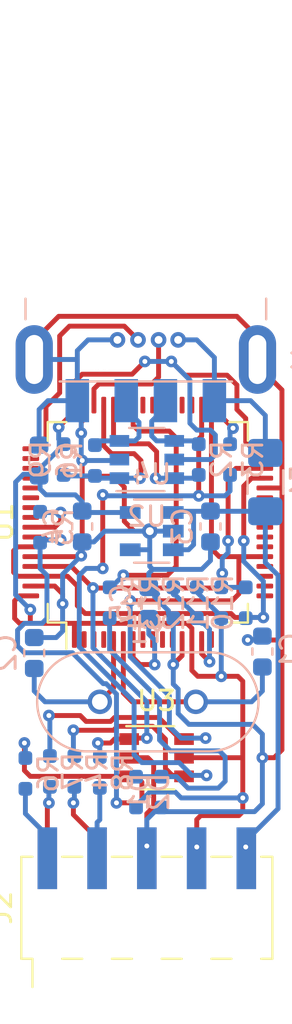
<source format=kicad_pcb>
(kicad_pcb (version 20171130) (host pcbnew "(5.1.5)-3")
  (layers (0 F.Cu signal) (31 B.Cu signal) (34 B.Paste user hide) (35 F.Paste user hide) (36 B.SilkS user hide) (37 F.SilkS user hide) (38 B.Mask user hide) (39 F.Mask user hide) (44 Edge.Cuts user hide))
  (net 0 "")
  (net 1 "Net-(U1-Pad2)")
  (net 2 "Net-(U1-Pad3)")
  (net 3 "Net-(U1-Pad4)")
  (net 4 "Net-(U1-Pad8)")
  (net 5 "Net-(U1-Pad9)")
  (net 6 "Net-(U1-Pad10)")
  (net 7 "Net-(U1-Pad11)")
  (net 8 "Net-(U1-Pad15)")
  (net 9 "Net-(U1-Pad16)")
  (net 10 "Net-(U1-Pad17)")
  (net 11 "Net-(U1-Pad20)")
  (net 12 "Net-(U1-Pad22)")
  (net 13 "Net-(U1-Pad23)")
  (net 14 "Net-(U1-Pad24)")
  (net 15 "Net-(U1-Pad25)")
  (net 16 "Net-(U1-Pad26)")
  (net 17 "Net-(U1-Pad27)")
  (net 18 "Net-(U1-Pad36)")
  (net 19 "Net-(U1-Pad37)")
  (net 20 "Net-(U1-Pad38)")
  (net 21 "Net-(U1-Pad39)")
  (net 22 "Net-(U1-Pad40)")
  (net 23 "Net-(U1-Pad41)")
  (net 24 "Net-(U1-Pad43)")
  (net 25 "Net-(U1-Pad50)")
  (net 26 "Net-(U1-Pad51)")
  (net 27 "Net-(U1-Pad52)")
  (net 28 "Net-(U1-Pad53)")
  (net 29 "Net-(U1-Pad54)")
  (net 30 "Net-(U1-Pad55)")
  (net 31 "Net-(U1-Pad56)")
  (net 32 +3V3)
  (net 33 GNDD)
  (net 34 /SWDIO)
  (net 35 /USB+)
  (net 36 /USB-)
  (net 37 /D+)
  (net 38 /D-)
  (net 39 /+5V)
  (net 40 /PB12)
  (net 41 /SWIM)
  (net 42 /SWCLK)
  (net 43 /RST)
  (net 44 /SWDIO_INT)
  (net 45 /SWDCLK_INT)
  (net 46 /PA9)
  (net 47 /PB5)
  (net 48 /SWDIO_R)
  (net 49 /SWIM_R)
  (net 50 /SWCLK_R)
  (net 51 /RST_R)
  (net 52 /+5VU)
  (net 53 /PA0)
  (net 54 /NRST)
  (net 55 /OSCIN)
  (net 56 /OSCOUT)
  (net 57 /LED_STLINK)
  (net 58 "Net-(U1-Pad18)")
  (net 59 "Net-(U1-Pad19)")
  (net 60 /PB7)
  (module Resistor_SMD:R_0402_1005Metric (layer B.Cu) (at 116.15 105.25 90)
    (fp_text reference D2 (at 0 1.17 90) (layer B.SilkS) (effects (justify mirror)))
    (fp_text value R)
    (pad 2 smd roundrect (at 0.785 0 90) (size 0.7 0.7) (layers B.Cu B.Paste B.Mask) (net 57 /LED_STLINK))
    (pad 1 smd roundrect (at -0.785 0 90) (size 0.7 0.7) (layers B.Cu B.Paste B.Mask) (net 32 +3V3))
  )
  (module Resistor_SMD:R_0402_1005Metric (layer B.Cu) (at 117.45 105.25 270)
    (fp_text reference D1 (at 0 1.17 90) (layer B.SilkS) (effects (justify mirror)))
    (fp_text value B)
    (pad 2 smd roundrect (at 0.785 0 270) (size 0.7 0.7) (layers B.Cu B.Paste B.Mask) (net 33 GNDD))
    (pad 1 smd roundrect (at -0.785 0 270) (size 0.7 0.7) (layers B.Cu B.Paste B.Mask) (net 57 /LED_STLINK))
  )
  (module Capacitor_SMD:C_0603_1608Metric (layer B.Cu) (at 111.2 88.35 90)
    (fp_text reference C6 (at 0 1.43 90) (layer B.SilkS) (effects (justify mirror)))
    (fp_text value 0.1)
    (pad 2 smd roundrect (at 0.7875 0 90) (size 0.875 0.95) (layers B.Cu B.Paste B.Mask) (net 33 GNDD))
    (pad 1 smd roundrect (at -0.7875 0 90) (size 0.875 0.95) (layers B.Cu B.Paste B.Mask) (net 32 +3V3))
  )
  (module Resistor_SMD:R_0402_1005Metric (layer B.Cu) (at 114.8 95.6 90)
    (fp_text reference R14 (at 0 1.17 90) (layer B.SilkS) (effects (justify mirror)))
    (fp_text value 1.8k)
    (pad 2 smd roundrect (at 0.785 0 90) (size 0.7 0.7) (layers B.Cu B.Paste B.Mask) (net 46 /PA9))
    (pad 1 smd roundrect (at -0.785 0 90) (size 0.7 0.7) (layers B.Cu B.Paste B.Mask) (net 57 /LED_STLINK))
  )
  (module Resistor_SMD:R_0402_1005Metric (layer B.Cu) (at 118.05 95.6 270)
    (fp_text reference R13 (at 0 1.17 90) (layer B.SilkS) (effects (justify mirror)))
    (fp_text value 10k)
    (pad 2 smd roundrect (at 0.785 0 270) (size 0.7 0.7) (layers B.Cu B.Paste B.Mask) (net 33 GNDD))
    (pad 1 smd roundrect (at -0.785 0 270) (size 0.7 0.7) (layers B.Cu B.Paste B.Mask) (net 53 /PA0))
  )
  (module Resistor_SMD:R_0402_1005Metric (layer B.Cu) (at 119.25 95.6 270)
    (fp_text reference R12 (at 0 1.17 90) (layer B.SilkS) (effects (justify mirror)))
    (fp_text value 10k)
    (pad 2 smd roundrect (at 0.785 0 270) (size 0.7 0.7) (layers B.Cu B.Paste B.Mask) (net 53 /PA0))
    (pad 1 smd roundrect (at -0.785 0 270) (size 0.7 0.7) (layers B.Cu B.Paste B.Mask) (net 32 +3V3))
  )
  (module Resistor_SMD:R_0402_1005Metric (layer B.Cu) (at 120.5 95.6 270)
    (fp_text reference R11 (at 0 1.17 90) (layer B.SilkS) (effects (justify mirror)))
    (fp_text value 680)
    (pad 2 smd roundrect (at 0.785 0 270) (size 0.7 0.7) (layers B.Cu B.Paste B.Mask) (net 32 +3V3))
    (pad 1 smd roundrect (at -0.785 0 270) (size 0.7 0.7) (layers B.Cu B.Paste B.Mask) (net 41 /SWIM))
  )
  (module Resistor_SMD:R_0402_1005Metric (layer B.Cu) (at 121.75 95.6 270)
    (fp_text reference R10 (at 0 1.17 90) (layer B.SilkS) (effects (justify mirror)))
    (fp_text value 220)
    (pad 2 smd roundrect (at 0.785 0 270) (size 0.7 0.7) (layers B.Cu B.Paste B.Mask) (net 60 /PB7))
    (pad 1 smd roundrect (at -0.785 0 270) (size 0.7 0.7) (layers B.Cu B.Paste B.Mask) (net 41 /SWIM))
  )
  (module Capacitor_SMD:C_0603_1608Metric (layer B.Cu) (at 116.8 95.6125 270)
    (fp_text reference C5 (at 0 1.43 90) (layer B.SilkS) (effects (justify mirror)))
    (fp_text value 0.1)
    (pad 2 smd roundrect (at 0.7875 0 270) (size 0.875 0.95) (layers B.Cu B.Paste B.Mask) (net 54 /NRST))
    (pad 1 smd roundrect (at -0.7875 0 270) (size 0.875 0.95) (layers B.Cu B.Paste B.Mask) (net 33 GNDD))
  )
  (module Crystal:Crystal_HC18-U_Vertical (layer B.Cu) (at 119.2 100.65 180)
    (fp_text reference Y1 (at 2.45 3.525) (layer B.SilkS) (effects (justify mirror)))
    (fp_text value 8.0MHz)
    (pad 2 thru_hole circle (at 4.9 0 180) (size 1.25 1.25) (drill 0.8) (layers *.Cu *.Mask) (net 55 /OSCIN))
    (pad 1 thru_hole circle (at 0 0 180) (size 1.25 1.25) (drill 0.8) (layers *.Cu *.Mask) (net 56 /OSCOUT))
  )
  (module Capacitor_SMD:C_0603_1608Metric (layer B.Cu) (at 113.4 91.7125 270)
    (fp_text reference C4 (at 0 1.43 90) (layer B.SilkS) (effects (justify mirror)))
    (fp_text value 0.1)
    (pad 2 smd roundrect (at 0.7875 0 270) (size 0.875 0.95) (layers B.Cu B.Paste B.Mask) (net 33 GNDD))
    (pad 1 smd roundrect (at -0.7875 0 270) (size 0.875 0.95) (layers B.Cu B.Paste B.Mask) (net 32 +3V3))
  )
  (module Capacitor_SMD:C_0603_1608Metric (layer B.Cu) (at 119.95 91.7125 270)
    (fp_text reference C3 (at 0 1.43 90) (layer B.SilkS) (effects (justify mirror)))
    (fp_text value 0.1)
    (pad 2 smd roundrect (at 0.7875 0 270) (size 0.875 0.95) (layers B.Cu B.Paste B.Mask) (net 33 GNDD))
    (pad 1 smd roundrect (at -0.7875 0 270) (size 0.875 0.95) (layers B.Cu B.Paste B.Mask) (net 39 /+5V))
  )
  (module Capacitor_SMD:C_0603_1608Metric (layer B.Cu) (at 110.95 98.1625 270)
    (fp_text reference C2 (at 0 1.43 90) (layer B.SilkS) (effects (justify mirror)))
    (fp_text value 20p)
    (pad 2 smd roundrect (at 0.7875 0 270) (size 0.875 0.95) (layers B.Cu B.Paste B.Mask) (net 55 /OSCIN))
    (pad 1 smd roundrect (at -0.7875 0 270) (size 0.875 0.95) (layers B.Cu B.Paste B.Mask) (net 33 GNDD))
  )
  (module Capacitor_SMD:C_0603_1608Metric (layer B.Cu) (at 122.6 98.0875 90)
    (fp_text reference C1 (at 0 1.43 90) (layer B.SilkS) (effects (justify mirror)))
    (fp_text value 20p)
    (pad 2 smd roundrect (at 0.7875 0 90) (size 0.875 0.95) (layers B.Cu B.Paste B.Mask) (net 33 GNDD))
    (pad 1 smd roundrect (at -0.7875 0 90) (size 0.875 0.95) (layers B.Cu B.Paste B.Mask) (net 56 /OSCOUT))
  )
  (module Fuse:Fuse_1206_3216Metric_Pad1.42x1.75mm_HandSolder (layer B.Cu) (at 122.75 89.45 90)
    (fp_text reference F1 (at 0 1.82 270) (layer B.SilkS) (effects (justify mirror)))
    (fp_text value Polyfuse_Small)
    (pad 2 smd roundrect (at 1.4875 0 90) (size 1.425 1.75) (layers B.Cu B.Paste B.Mask) (roundrect_rratio 0.175439) (net 52 /+5VU))
    (pad 1 smd roundrect (at -1.4875 0 90) (size 1.425 1.75) (layers B.Cu B.Paste B.Mask) (roundrect_rratio 0.175439) (net 39 /+5V))
  )
  (module Package_TO_SOT_SMD:SOT-23-5 (layer B.Cu) (at 116.95 91.95 180)
    (fp_text reference U4 (at 0 2.9) (layer B.SilkS) (effects (justify mirror)))
    (fp_text value TLV71333PDBV)
    (pad 5 smd rect (at 1.1 0.95 180) (size 1.06 0.65) (layers B.Cu B.Paste B.Mask) (net 32 +3V3))
    (pad 4 smd rect (at 1.1 -0.95 180) (size 1.06 0.65) (layers B.Cu B.Paste B.Mask) (net 33 GNDD))
    (pad 3 smd rect (at -1.1 -0.95 180) (size 1.06 0.65) (layers B.Cu B.Paste B.Mask) (net 39 /+5V))
    (pad 2 smd rect (at -1.1 0 180) (size 1.06 0.65) (layers B.Cu B.Paste B.Mask) (net 33 GNDD))
    (pad 1 smd rect (at -1.1 0.95 180) (size 1.06 0.65) (layers B.Cu B.Paste B.Mask) (net 39 /+5V))
  )
  (module Resistor_SMD:R_0402_1005Metric (layer B.Cu) (at 112.45 88.3 270)
    (fp_text reference R9 (at 0 1.17 270) (layer B.SilkS) (effects (justify mirror)))
    (fp_text value 1.8k)
    (pad 2 smd roundrect (at 0.785 0 270) (size 0.7 0.7) (layers B.Cu B.Paste B.Mask) (net 35 /USB+))
    (pad 1 smd roundrect (at -0.785 0 270) (size 0.7 0.7) (layers B.Cu B.Paste B.Mask) (net 32 +3V3))
  )
  (module Resistor_SMD:R_0402_1005Metric (layer B.Cu) (at 110.5 104.3 90)
    (fp_text reference R6 (at 0 1.17 90) (layer B.SilkS) (effects (justify mirror)))
    (fp_text value 100)
    (pad 2 smd roundrect (at 0.785 0 90) (size 0.7 0.7) (layers B.Cu B.Paste B.Mask) (net 43 /RST))
    (pad 1 smd roundrect (at -0.785 0 90) (size 0.7 0.7) (layers B.Cu B.Paste B.Mask) (net 51 /RST_R))
  )
  (module Resistor_SMD:R_0402_1005Metric (layer B.Cu) (at 111.75 104.2 90)
    (fp_text reference R7 (at 0 1.17 90) (layer B.SilkS) (effects (justify mirror)))
    (fp_text value 100)
    (pad 2 smd roundrect (at 0.785 0 90) (size 0.7 0.7) (layers B.Cu B.Paste B.Mask) (net 42 /SWCLK))
    (pad 1 smd roundrect (at -0.785 0 90) (size 0.7 0.7) (layers B.Cu B.Paste B.Mask) (net 50 /SWCLK_R))
  )
  (module Resistor_SMD:R_0402_1005Metric (layer B.Cu) (at 114.3 104.25 90)
    (fp_text reference R8 (at 0 1.17 90) (layer B.SilkS) (effects (justify mirror)))
    (fp_text value 100)
    (pad 2 smd roundrect (at 0.785 0 90) (size 0.7 0.7) (layers B.Cu B.Paste B.Mask) (net 41 /SWIM))
    (pad 1 smd roundrect (at -0.785 0 90) (size 0.7 0.7) (layers B.Cu B.Paste B.Mask) (net 49 /SWIM_R))
  )
  (module Resistor_SMD:R_0402_1005Metric (layer B.Cu) (at 111.25 91.75 90)
    (fp_text reference R5 (at 0 1.17 90) (layer B.SilkS) (effects (justify mirror)))
    (fp_text value 220)
    (pad 2 smd roundrect (at 0.785 0 90) (size 0.7 0.7) (layers B.Cu B.Paste B.Mask) (net 47 /PB5))
    (pad 1 smd roundrect (at -0.785 0 90) (size 0.7 0.7) (layers B.Cu B.Paste B.Mask) (net 43 /RST))
  )
  (module Package_TO_SOT_SMD:SOT-23-6 (layer F.Cu) (at 117.2 103.5)
    (fp_text reference U3 (at 0 -2.9) (layer F.SilkS))
    (fp_text value SRV05-4)
    (pad 5 smd rect (at 1.4 0) (size 1 0.6) (layers F.Cu F.Paste F.Mask) (net 32 +3V3))
    (pad 6 smd rect (at 1.4 -0.95) (size 1 0.6) (layers F.Cu F.Paste F.Mask) (net 42 /SWCLK))
    (pad 4 smd rect (at 1.4 0.95) (size 1 0.6) (layers F.Cu F.Paste F.Mask) (net 34 /SWDIO))
    (pad 3 smd rect (at -1.4 0.95) (size 1 0.6) (layers F.Cu F.Paste F.Mask) (net 43 /RST))
    (pad 2 smd rect (at -1.4 0) (size 1 0.6) (layers F.Cu F.Paste F.Mask) (net 33 GNDD))
    (pad 1 smd rect (at -1.4 -0.95) (size 1 0.6) (layers F.Cu F.Paste F.Mask) (net 41 /SWIM))
  )
  (module Connector_PinHeader_2.54mm:PinHeader_2x05_P2.54mm_Vertical_SMD (layer F.Cu) (at 116.7 111.15 90)
    (fp_text reference J2 (at 0 -7.41 90) (layer F.SilkS))
    (fp_text value Conn_02x05_Odd_Even)
    (pad 10 smd rect (at 2.525 5.08 90) (size 3.15 1) (layers F.Cu F.Paste F.Mask) (net 39 /+5V))
    (pad 9 smd rect (at 2.525 5.08 270) (size 3.15 1) (layers B.Cu B.Paste B.Mask) (net 39 /+5V))
    (pad 8 smd rect (at 2.525 2.54 90) (size 3.15 1) (layers F.Cu F.Paste F.Mask) (net 32 +3V3))
    (pad 7 smd rect (at 2.525 2.54 270) (size 3.15 1) (layers B.Cu B.Paste B.Mask) (net 32 +3V3))
    (pad 6 smd rect (at 2.525 0 90) (size 3.15 1) (layers F.Cu F.Paste F.Mask) (net 33 GNDD))
    (pad 5 smd rect (at 2.525 0 270) (size 3.15 1) (layers B.Cu B.Paste B.Mask) (net 33 GNDD))
    (pad 4 smd rect (at 2.525 -2.54 90) (size 3.15 1) (layers F.Cu F.Paste F.Mask) (net 48 /SWDIO_R))
    (pad 3 smd rect (at 2.525 -2.54 270) (size 3.15 1) (layers B.Cu B.Paste B.Mask) (net 49 /SWIM_R))
    (pad 2 smd rect (at 2.525 -5.08 90) (size 3.15 1) (layers F.Cu F.Paste F.Mask) (net 50 /SWCLK_R))
    (pad 1 smd rect (at 2.525 -5.08 270) (size 3.15 1) (layers B.Cu B.Paste B.Mask) (net 51 /RST_R))
  )
  (module Resistor_SMD:R_0402_1005Metric (layer B.Cu) (at 113 104.2 90)
    (fp_text reference R4 (at 0 1.17 90) (layer B.SilkS) (effects (justify mirror)))
    (fp_text value 100)
    (pad 2 smd roundrect (at 0.785 0 90) (size 0.7 0.7) (layers B.Cu B.Paste B.Mask) (net 34 /SWDIO))
    (pad 1 smd roundrect (at -0.785 0 90) (size 0.7 0.7) (layers B.Cu B.Paste B.Mask) (net 48 /SWDIO_R))
  )
  (module Resistor_SMD:R_0402_1005Metric (layer B.Cu) (at 120.95 88.3 90)
    (fp_text reference R3 (at 0 1.17 90) (layer B.SilkS) (effects (justify mirror)))
    (fp_text value 100)
    (pad 2 smd roundrect (at 0.785 0 90) (size 0.7 0.7) (layers B.Cu B.Paste B.Mask) (net 40 /PB12))
    (pad 1 smd roundrect (at -0.785 0 90) (size 0.7 0.7) (layers B.Cu B.Paste B.Mask) (net 34 /SWDIO))
  )
  (module Connector_USB:USB_A_CNCTech_1001-011-01101_Horizontal (layer B.Cu) (at 116.65 76.3 90)
    (fp_text reference J1 (at -6.9 8 270) (layer B.SilkS) (effects (justify mirror)))
    (fp_text value USB_A)
    (pad "" np_thru_hole circle (at -6.9 -2.3 90) (size 1.1 1.1) (drill 1.1) (layers *.Cu *.Mask))
    (pad "" np_thru_hole circle (at -6.9 2.3 90) (size 1.1 1.1) (drill 1.1) (layers *.Cu *.Mask))
    (pad 5 thru_hole oval (at -6.9 -5.7 90) (size 3.5 1.9) (drill oval 2.5 0.9) (layers *.Cu *.Mask) (net 33 GNDD))
    (pad 5 thru_hole oval (at -6.9 5.7 90) (size 3.5 1.9) (drill oval 2.5 0.9) (layers *.Cu *.Mask) (net 33 GNDD))
    (pad 4 smd rect (at -9 -3.5 90) (size 2.2 1.2) (layers B.Cu B.Paste B.Mask) (net 33 GNDD))
    (pad 1 smd rect (at -9 3.5 90) (size 2.2 1.2) (layers B.Cu B.Paste B.Mask) (net 52 /+5VU))
    (pad 3 smd rect (at -9 -1 90) (size 2.2 1.2) (layers B.Cu B.Paste B.Mask) (net 37 /D+))
    (pad 2 smd rect (at -9 1 90) (size 2.2 1.2) (layers B.Cu B.Paste B.Mask) (net 38 /D-))
  )
  (module Resistor_SMD:R_0402_1005Metric (layer B.Cu) (at 119.35 88.3 90)
    (fp_text reference R2 (at 0 1.17 90) (layer B.SilkS) (effects (justify mirror)))
    (fp_text value 22)
    (pad 2 smd roundrect (at 0.785 0 90) (size 0.7 0.7) (layers B.Cu B.Paste B.Mask) (net 38 /D-))
    (pad 1 smd roundrect (at -0.785 0 90) (size 0.7 0.7) (layers B.Cu B.Paste B.Mask) (net 36 /USB-))
  )
  (module Resistor_SMD:R_0402_1005Metric (layer B.Cu) (at 114.05 88.35 270)
    (fp_text reference R1 (at 0 1.17 270) (layer B.SilkS) (effects (justify mirror)))
    (fp_text value 22)
    (pad 2 smd roundrect (at 0.785 0 270) (size 0.7 0.7) (layers B.Cu B.Paste B.Mask) (net 35 /USB+))
    (pad 1 smd roundrect (at -0.785 0 270) (size 0.7 0.7) (layers B.Cu B.Paste B.Mask) (net 37 /D+))
  )
  (module Package_TO_SOT_SMD:SOT-23-6 (layer B.Cu) (at 116.7 88.3)
    (fp_text reference U2 (at 0 2.9) (layer B.SilkS) (effects (justify mirror)))
    (fp_text value SRV05-4)
    (pad 5 smd rect (at 1.4 0) (size 1 0.6) (layers B.Cu B.Paste B.Mask) (net 32 +3V3))
    (pad 6 smd rect (at 1.4 0.95) (size 1 0.6) (layers B.Cu B.Paste B.Mask) (net 36 /USB-))
    (pad 4 smd rect (at 1.4 -0.95) (size 1 0.6) (layers B.Cu B.Paste B.Mask) (net 38 /D-))
    (pad 3 smd rect (at -1.4 -0.95) (size 1 0.6) (layers B.Cu B.Paste B.Mask) (net 37 /D+))
    (pad 2 smd rect (at -1.4 0) (size 1 0.6) (layers B.Cu B.Paste B.Mask) (net 33 GNDD))
    (pad 1 smd rect (at -1.4 0.95) (size 1 0.6) (layers B.Cu B.Paste B.Mask) (net 35 /USB+))
  )
  (module STLinkV2:Bot (layer F.Cu) (at 116.7 95.45)
    (fp_text reference G*** hide)
    (fp_text value LOGO hide)
  )
  (module Package_QFP:LQFP-64_10x10mm_P0.5mm (layer F.Cu) (at 116.75 91.5 90)
    (fp_text reference U1 (at 0 -7.4 90) (layer F.SilkS))
    (fp_text value STM32F103RBTx)
    (pad 1 smd roundrect (at -5.975 -3.75 90) (size 0.85 0.25) (layers F.Cu F.Paste F.Mask) (net 32 +3V3))
    (pad 2 smd roundrect (at -5.975 -3.25 90) (size 0.85 0.25) (layers F.Cu F.Paste F.Mask) (net 1 "Net-(U1-Pad2)"))
    (pad 3 smd roundrect (at -5.975 -2.75 90) (size 0.85 0.25) (layers F.Cu F.Paste F.Mask) (net 2 "Net-(U1-Pad3)"))
    (pad 4 smd roundrect (at -5.975 -2.25 90) (size 0.85 0.25) (layers F.Cu F.Paste F.Mask) (net 3 "Net-(U1-Pad4)"))
    (pad 5 smd roundrect (at -5.975 -1.75 90) (size 0.85 0.25) (layers F.Cu F.Paste F.Mask) (net 55 /OSCIN))
    (pad 6 smd roundrect (at -5.975 -1.25 90) (size 0.85 0.25) (layers F.Cu F.Paste F.Mask) (net 56 /OSCOUT))
    (pad 7 smd roundrect (at -5.975 -0.75 90) (size 0.85 0.25) (layers F.Cu F.Paste F.Mask) (net 54 /NRST))
    (pad 8 smd roundrect (at -5.975 -0.25 90) (size 0.85 0.25) (layers F.Cu F.Paste F.Mask) (net 4 "Net-(U1-Pad8)"))
    (pad 9 smd roundrect (at -5.975 0.25 90) (size 0.85 0.25) (layers F.Cu F.Paste F.Mask) (net 5 "Net-(U1-Pad9)"))
    (pad 10 smd roundrect (at -5.975 0.75 90) (size 0.85 0.25) (layers F.Cu F.Paste F.Mask) (net 6 "Net-(U1-Pad10)"))
    (pad 11 smd roundrect (at -5.975 1.25 90) (size 0.85 0.25) (layers F.Cu F.Paste F.Mask) (net 7 "Net-(U1-Pad11)"))
    (pad 12 smd roundrect (at -5.975 1.75 90) (size 0.85 0.25) (layers F.Cu F.Paste F.Mask) (net 33 GNDD))
    (pad 13 smd roundrect (at -5.975 2.25 90) (size 0.85 0.25) (layers F.Cu F.Paste F.Mask) (net 32 +3V3))
    (pad 14 smd roundrect (at -5.975 2.75 90) (size 0.85 0.25) (layers F.Cu F.Paste F.Mask) (net 53 /PA0))
    (pad 15 smd roundrect (at -5.975 3.25 90) (size 0.85 0.25) (layers F.Cu F.Paste F.Mask) (net 8 "Net-(U1-Pad15)"))
    (pad 16 smd roundrect (at -5.975 3.75 90) (size 0.85 0.25) (layers F.Cu F.Paste F.Mask) (net 9 "Net-(U1-Pad16)"))
    (pad 17 smd roundrect (at -3.75 5.975 90) (size 0.25 0.85) (layers F.Cu F.Paste F.Mask) (net 10 "Net-(U1-Pad17)"))
    (pad 18 smd roundrect (at -3.25 5.975 90) (size 0.25 0.85) (layers F.Cu F.Paste F.Mask) (net 58 "Net-(U1-Pad18)"))
    (pad 19 smd roundrect (at -2.75 5.975 90) (size 0.25 0.85) (layers F.Cu F.Paste F.Mask) (net 59 "Net-(U1-Pad19)"))
    (pad 20 smd roundrect (at -2.25 5.975 90) (size 0.25 0.85) (layers F.Cu F.Paste F.Mask) (net 11 "Net-(U1-Pad20)"))
    (pad 21 smd roundrect (at -1.75 5.975 90) (size 0.25 0.85) (layers F.Cu F.Paste F.Mask) (net 42 /SWCLK))
    (pad 22 smd roundrect (at -1.25 5.975 90) (size 0.25 0.85) (layers F.Cu F.Paste F.Mask) (net 12 "Net-(U1-Pad22)"))
    (pad 23 smd roundrect (at -0.75 5.975 90) (size 0.25 0.85) (layers F.Cu F.Paste F.Mask) (net 13 "Net-(U1-Pad23)"))
    (pad 24 smd roundrect (at -0.25 5.975 90) (size 0.25 0.85) (layers F.Cu F.Paste F.Mask) (net 14 "Net-(U1-Pad24)"))
    (pad 25 smd roundrect (at 0.25 5.975 90) (size 0.25 0.85) (layers F.Cu F.Paste F.Mask) (net 15 "Net-(U1-Pad25)"))
    (pad 26 smd roundrect (at 0.75 5.975 90) (size 0.25 0.85) (layers F.Cu F.Paste F.Mask) (net 16 "Net-(U1-Pad26)"))
    (pad 27 smd roundrect (at 1.25 5.975 90) (size 0.25 0.85) (layers F.Cu F.Paste F.Mask) (net 17 "Net-(U1-Pad27)"))
    (pad 28 smd roundrect (at 1.75 5.975 90) (size 0.25 0.85) (layers F.Cu F.Paste F.Mask) (net 33 GNDD))
    (pad 29 smd roundrect (at 2.25 5.975 90) (size 0.25 0.85) (layers F.Cu F.Paste F.Mask) (net 60 /PB7))
    (pad 30 smd roundrect (at 2.75 5.975 90) (size 0.25 0.85) (layers F.Cu F.Paste F.Mask) (net 41 /SWIM))
    (pad 31 smd roundrect (at 3.25 5.975 90) (size 0.25 0.85) (layers F.Cu F.Paste F.Mask) (net 33 GNDD))
    (pad 32 smd roundrect (at 3.75 5.975 90) (size 0.25 0.85) (layers F.Cu F.Paste F.Mask) (net 32 +3V3))
    (pad 33 smd roundrect (at 5.975 3.75 90) (size 0.85 0.25) (layers F.Cu F.Paste F.Mask) (net 40 /PB12))
    (pad 34 smd roundrect (at 5.975 3.25 90) (size 0.85 0.25) (layers F.Cu F.Paste F.Mask) (net 42 /SWCLK))
    (pad 35 smd roundrect (at 5.975 2.75 90) (size 0.85 0.25) (layers F.Cu F.Paste F.Mask) (net 34 /SWDIO))
    (pad 36 smd roundrect (at 5.975 2.25 90) (size 0.85 0.25) (layers F.Cu F.Paste F.Mask) (net 18 "Net-(U1-Pad36)"))
    (pad 37 smd roundrect (at 5.975 1.75 90) (size 0.85 0.25) (layers F.Cu F.Paste F.Mask) (net 19 "Net-(U1-Pad37)"))
    (pad 38 smd roundrect (at 5.975 1.25 90) (size 0.85 0.25) (layers F.Cu F.Paste F.Mask) (net 20 "Net-(U1-Pad38)"))
    (pad 39 smd roundrect (at 5.975 0.75 90) (size 0.85 0.25) (layers F.Cu F.Paste F.Mask) (net 21 "Net-(U1-Pad39)"))
    (pad 40 smd roundrect (at 5.975 0.25 90) (size 0.85 0.25) (layers F.Cu F.Paste F.Mask) (net 22 "Net-(U1-Pad40)"))
    (pad 41 smd roundrect (at 5.975 -0.25 90) (size 0.85 0.25) (layers F.Cu F.Paste F.Mask) (net 23 "Net-(U1-Pad41)"))
    (pad 42 smd roundrect (at 5.975 -0.75 90) (size 0.85 0.25) (layers F.Cu F.Paste F.Mask) (net 46 /PA9))
    (pad 43 smd roundrect (at 5.975 -1.25 90) (size 0.85 0.25) (layers F.Cu F.Paste F.Mask) (net 24 "Net-(U1-Pad43)"))
    (pad 44 smd roundrect (at 5.975 -1.75 90) (size 0.85 0.25) (layers F.Cu F.Paste F.Mask) (net 36 /USB-))
    (pad 45 smd roundrect (at 5.975 -2.25 90) (size 0.85 0.25) (layers F.Cu F.Paste F.Mask) (net 35 /USB+))
    (pad 46 smd roundrect (at 5.975 -2.75 90) (size 0.85 0.25) (layers F.Cu F.Paste F.Mask) (net 44 /SWDIO_INT))
    (pad 47 smd roundrect (at 5.975 -3.25 90) (size 0.85 0.25) (layers F.Cu F.Paste F.Mask) (net 33 GNDD))
    (pad 48 smd roundrect (at 5.975 -3.75 90) (size 0.85 0.25) (layers F.Cu F.Paste F.Mask) (net 32 +3V3))
    (pad 49 smd roundrect (at 3.75 -5.975 90) (size 0.25 0.85) (layers F.Cu F.Paste F.Mask) (net 45 /SWDCLK_INT))
    (pad 50 smd roundrect (at 3.25 -5.975 90) (size 0.25 0.85) (layers F.Cu F.Paste F.Mask) (net 25 "Net-(U1-Pad50)"))
    (pad 51 smd roundrect (at 2.75 -5.975 90) (size 0.25 0.85) (layers F.Cu F.Paste F.Mask) (net 26 "Net-(U1-Pad51)"))
    (pad 52 smd roundrect (at 2.25 -5.975 90) (size 0.25 0.85) (layers F.Cu F.Paste F.Mask) (net 27 "Net-(U1-Pad52)"))
    (pad 53 smd roundrect (at 1.75 -5.975 90) (size 0.25 0.85) (layers F.Cu F.Paste F.Mask) (net 28 "Net-(U1-Pad53)"))
    (pad 54 smd roundrect (at 1.25 -5.975 90) (size 0.25 0.85) (layers F.Cu F.Paste F.Mask) (net 29 "Net-(U1-Pad54)"))
    (pad 55 smd roundrect (at 0.75 -5.975 90) (size 0.25 0.85) (layers F.Cu F.Paste F.Mask) (net 30 "Net-(U1-Pad55)"))
    (pad 56 smd roundrect (at 0.25 -5.975 90) (size 0.25 0.85) (layers F.Cu F.Paste F.Mask) (net 31 "Net-(U1-Pad56)"))
    (pad 57 smd roundrect (at -0.25 -5.975 90) (size 0.25 0.85) (layers F.Cu F.Paste F.Mask) (net 47 /PB5))
    (pad 58 smd roundrect (at -0.75 -5.975 90) (size 0.25 0.85) (layers F.Cu F.Paste F.Mask) (net 43 /RST))
    (pad 59 smd roundrect (at -1.25 -5.975 90) (size 0.25 0.85) (layers F.Cu F.Paste F.Mask) (net 60 /PB7))
    (pad 60 smd roundrect (at -1.75 -5.975 90) (size 0.25 0.85) (layers F.Cu F.Paste F.Mask) (net 33 GNDD))
    (pad 61 smd roundrect (at -2.25 -5.975 90) (size 0.25 0.85) (layers F.Cu F.Paste F.Mask) (net 41 /SWIM))
    (pad 62 smd roundrect (at -2.75 -5.975 90) (size 0.25 0.85) (layers F.Cu F.Paste F.Mask) (net 60 /PB7))
    (pad 63 smd roundrect (at -3.25 -5.975 90) (size 0.25 0.85) (layers F.Cu F.Paste F.Mask) (net 33 GNDD))
    (pad 64 smd roundrect (at -3.75 -5.975 90) (size 0.25 0.85) (layers F.Cu F.Paste F.Mask) (net 32 +3V3))
  )
  (module STLinkV2:TopEco1 (layer F.Cu) (at 116.63 95.58)
    (fp_text reference G*** hide)
    (fp_text value LOGO hide)
  )
  (via (at 119.25 108.05) (size 0.6) (drill 0.25) (layers F.Cu B.Cu) (net 32))
  (via (at 120.5 99.35) (size 0.6) (drill 0.25) (layers F.Cu B.Cu) (net 32))
  (via (at 121.6 105.55) (size 0.6) (drill 0.25) (layers F.Cu B.Cu) (net 32))
  (via (at 112.2 86.65) (size 0.6) (drill 0.25) (layers F.Cu B.Cu) (net 32))
  (via (at 116.6 83.3) (size 0.6) (drill 0.25) (layers F.Cu B.Cu) (net 32))
  (via (at 117.95 83.3) (size 0.6) (drill 0.25) (layers F.Cu B.Cu) (net 32))
  (segment (start 119 96.9) (end 119 97.475) (width 0.25) (layer F.Cu) (net 32))
  (segment (start 118.75 96.65) (end 119 96.9) (width 0.25) (layer F.Cu) (net 32))
  (segment (start 110.2 95.25) (end 109.95 95.5) (width 0.25) (layer F.Cu) (net 32))
  (segment (start 109.95 96.4) (end 110.2 96.65) (width 0.25) (layer F.Cu) (net 32))
  (segment (start 111.075 95.25) (end 110.2 95.25) (width 0.25) (layer F.Cu) (net 32))
  (segment (start 109.95 95.5) (end 109.95 96.4) (width 0.25) (layer F.Cu) (net 32))
  (segment (start 113 97.475) (end 113 97.1) (width 0.25) (layer F.Cu) (net 32))
  (segment (start 113 97.1) (end 113 96.65) (width 0.25) (layer F.Cu) (net 32))
  (segment (start 113 96.65) (end 118.75 96.65) (width 0.25) (layer F.Cu) (net 32))
  (segment (start 110.75 96.65) (end 110.75 95.95) (width 0.25) (layer F.Cu) (net 32))
  (via (at 110.75 95.95) (size 0.6) (drill 0.25) (layers F.Cu B.Cu) (net 32))
  (segment (start 110.75 96.65) (end 113 96.65) (width 0.25) (layer F.Cu) (net 32))
  (segment (start 110.2 96.65) (end 110.75 96.65) (width 0.25) (layer F.Cu) (net 32))
  (segment (start 118.65 84) (end 117.95 83.3) (width 0.25) (layer F.Cu) (net 32))
  (segment (start 120.8 84) (end 118.65 84) (width 0.25) (layer F.Cu) (net 32))
  (segment (start 121.3 84.5) (end 120.8 84) (width 0.25) (layer F.Cu) (net 32))
  (segment (start 122.1 87.75) (end 121.75 87.4) (width 0.25) (layer F.Cu) (net 32))
  (segment (start 122.425 87.75) (end 122.1 87.75) (width 0.25) (layer F.Cu) (net 32))
  (segment (start 121.75 87.4) (end 121.75 86.2) (width 0.25) (layer F.Cu) (net 32))
  (segment (start 121.75 86.2) (end 121.3 85.75) (width 0.25) (layer F.Cu) (net 32))
  (segment (start 121.3 85.75) (end 121.3 84.5) (width 0.25) (layer F.Cu) (net 32))
  (segment (start 117.95 83.3) (end 116.6 83.3) (width 0.25) (layer B.Cu) (net 32))
  (segment (start 116.6 83.3) (end 115.95 83.95) (width 0.25) (layer F.Cu) (net 32))
  (segment (start 115.95 83.95) (end 113.4 83.95) (width 0.25) (layer F.Cu) (net 32))
  (segment (start 113.4 83.95) (end 113 84.35) (width 0.25) (layer F.Cu) (net 32))
  (segment (start 113 84.35) (end 113 85.525) (width 0.25) (layer F.Cu) (net 32))
  (segment (start 113 85.85) (end 112.2 86.65) (width 0.25) (layer F.Cu) (net 32))
  (segment (start 113 85.525) (end 113 85.85) (width 0.25) (layer F.Cu) (net 32))
  (segment (start 119 97.475) (end 119 99.05) (width 0.25) (layer F.Cu) (net 32))
  (segment (start 119.3 99.35) (end 120.5 99.35) (width 0.25) (layer F.Cu) (net 32))
  (segment (start 119 99.05) (end 119.3 99.35) (width 0.25) (layer F.Cu) (net 32))
  (segment (start 120.5 99.35) (end 121.35 99.35) (width 0.25) (layer F.Cu) (net 32))
  (segment (start 121.35 99.35) (end 121.6 99.6) (width 0.25) (layer F.Cu) (net 32))
  (segment (start 117.95 83.3) (end 118.9 84.25) (width 0.25) (layer B.Cu) (net 32))
  (segment (start 118.9 84.25) (end 118.9 86.45) (width 0.25) (layer B.Cu) (net 32))
  (segment (start 118.9 86.45) (end 119.25 86.8) (width 0.25) (layer B.Cu) (net 32))
  (segment (start 119.25 86.8) (end 119.95 86.8) (width 0.25) (layer B.Cu) (net 32))
  (segment (start 119.95 86.8) (end 120.2 87.05) (width 0.25) (layer B.Cu) (net 32))
  (segment (start 120.2 87.05) (end 120.2 88.05) (width 0.25) (layer B.Cu) (net 32))
  (segment (start 119.95 88.3) (end 117.85 88.3) (width 0.25) (layer B.Cu) (net 32))
  (segment (start 120.2 88.05) (end 119.95 88.3) (width 0.25) (layer B.Cu) (net 32))
  (segment (start 121.6 105.55) (end 121.6 106.25) (width 0.25) (layer F.Cu) (net 32))
  (segment (start 121.6 106.25) (end 121.4 106.45) (width 0.25) (layer F.Cu) (net 32))
  (segment (start 121.4 106.45) (end 119.45 106.45) (width 0.25) (layer F.Cu) (net 32))
  (segment (start 119.25 106.65) (end 119.25 108.05) (width 0.25) (layer F.Cu) (net 32))
  (segment (start 119.45 106.45) (end 119.25 106.65) (width 0.25) (layer F.Cu) (net 32))
  (segment (start 121.6 103.5) (end 121.6 105.55) (width 0.25) (layer F.Cu) (net 32))
  (segment (start 121.6 103.5) (end 118.6 103.5) (width 0.25) (layer F.Cu) (net 32))
  (segment (start 121.6 99.6) (end 121.6 103.5) (width 0.25) (layer F.Cu) (net 32))
  (segment (start 112.2 87.265) (end 112.45 87.515) (width 0.25) (layer B.Cu) (net 32))
  (segment (start 112.2 86.65) (end 112.2 87.265) (width 0.25) (layer B.Cu) (net 32))
  (segment (start 113.475 91) (end 113.4 90.925) (width 0.25) (layer B.Cu) (net 32))
  (segment (start 115.85 91) (end 113.475 91) (width 0.25) (layer B.Cu) (net 32))
  (segment (start 112.45 87.515) (end 112.2 87.765) (width 0.25) (layer B.Cu) (net 32))
  (segment (start 112.2 87.765) (end 112.2 87.8) (width 0.25) (layer B.Cu) (net 32))
  (segment (start 112.2 87.8) (end 110.95 89.05) (width 0.25) (layer B.Cu) (net 32))
  (segment (start 110.95 89.05) (end 110.4 89.05) (width 0.25) (layer B.Cu) (net 32))
  (segment (start 110.4 89.05) (end 110 89.45) (width 0.25) (layer B.Cu) (net 32))
  (segment (start 110 95.2) (end 110.75 95.95) (width 0.25) (layer B.Cu) (net 32))
  (segment (start 110 89.45) (end 110 95.2) (width 0.25) (layer B.Cu) (net 32))
  (segment (start 110.95 89.05) (end 111.05 89.05) (width 0.25) (layer B.Cu) (net 32))
  (segment (start 111.05 89.05) (end 111.25 89.25) (width 0.25) (layer B.Cu) (net 32))
  (segment (start 111.25 89.25) (end 111.25 89.8) (width 0.25) (layer B.Cu) (net 32))
  (segment (start 111.25 89.8) (end 111.55 90.1) (width 0.25) (layer B.Cu) (net 32))
  (segment (start 111.55 90.1) (end 113.05 90.1) (width 0.25) (layer B.Cu) (net 32))
  (segment (start 113.4 90.45) (end 113.4 90.925) (width 0.25) (layer B.Cu) (net 32))
  (segment (start 113.05 90.1) (end 113.4 90.45) (width 0.25) (layer B.Cu) (net 32))
  (segment (start 120.5 99.35) (end 120.5 96.385) (width 0.25) (layer B.Cu) (net 32))
  (segment (start 120.5 96.3) (end 120.5 96.385) (width 0.25) (layer B.Cu) (net 32))
  (segment (start 119.25 94.815) (end 119.25 95.05) (width 0.25) (layer B.Cu) (net 32))
  (segment (start 119.25 95.05) (end 120.5 96.3) (width 0.25) (layer B.Cu) (net 32))
  (segment (start 118.15 105.25) (end 118.45 105.55) (width 0.25) (layer B.Cu) (net 32))
  (segment (start 116.85 105.25) (end 118.15 105.25) (width 0.25) (layer B.Cu) (net 32))
  (segment (start 118.45 105.55) (end 121.6 105.55) (width 0.25) (layer B.Cu) (net 32))
  (segment (start 116.15 106.035) (end 116.15 105.95) (width 0.25) (layer B.Cu) (net 32))
  (segment (start 116.15 105.95) (end 116.85 105.25) (width 0.25) (layer B.Cu) (net 32))
  (via (at 113.35 86.95) (size 0.6) (drill 0.25) (layers F.Cu B.Cu) (net 33))
  (via (at 113.4 88.35) (size 0.6) (drill 0.25) (layers F.Cu B.Cu) (net 33))
  (via (at 113.35 93.2) (size 0.6) (drill 0.25) (layers F.Cu B.Cu) (net 33))
  (via (at 116.85 91.95) (size 0.8) (drill 0.4) (layers F.Cu B.Cu) (net 33))
  (via (at 115.2 82.2) (size 0.8) (drill 0.4) (layers F.Cu B.Cu) (net 33))
  (via (at 118.05 98.75) (size 0.6) (drill 0.25) (layers F.Cu B.Cu) (net 33))
  (via (at 116.7 108) (size 0.6) (drill 0.25) (layers F.Cu B.Cu) (net 33))
  (via (at 121.85 97.5) (size 0.6) (drill 0.25) (layers F.Cu B.Cu) (net 33))
  (via (at 122.6 103.5) (size 0.6) (drill 0.25) (layers F.Cu B.Cu) (net 33))
  (via (at 112.4 95.65) (size 0.6) (drill 0.25) (layers F.Cu B.Cu) (net 33))
  (segment (start 118.5 98.3) (end 118.05 98.75) (width 0.25) (layer F.Cu) (net 33))
  (segment (start 118.5 97.475) (end 118.5 98.3) (width 0.25) (layer F.Cu) (net 33))
  (segment (start 110.775 94.75) (end 112 94.75) (width 0.25) (layer F.Cu) (net 33))
  (segment (start 112.4 95.15) (end 112.4 95.65) (width 0.25) (layer F.Cu) (net 33))
  (segment (start 112 94.75) (end 112.4 95.15) (width 0.25) (layer F.Cu) (net 33))
  (segment (start 113.35 86.4) (end 113.35 86.95) (width 0.25) (layer F.Cu) (net 33))
  (segment (start 113.5 85.525) (end 113.5 86.25) (width 0.25) (layer F.Cu) (net 33))
  (segment (start 113.5 86.25) (end 113.35 86.4) (width 0.25) (layer F.Cu) (net 33))
  (segment (start 113.4 93.15) (end 113.35 93.2) (width 0.25) (layer F.Cu) (net 33))
  (segment (start 116.85 91.95) (end 116.05 91.95) (width 0.25) (layer F.Cu) (net 33))
  (segment (start 116.05 91.95) (end 115.55 91.45) (width 0.25) (layer F.Cu) (net 33))
  (segment (start 115.55 91.45) (end 115.55 89.7) (width 0.25) (layer F.Cu) (net 33))
  (segment (start 115 89.15) (end 113.4 89.15) (width 0.25) (layer F.Cu) (net 33))
  (segment (start 115.55 89.7) (end 115 89.15) (width 0.25) (layer F.Cu) (net 33))
  (segment (start 113.4 88.35) (end 113.4 89.15) (width 0.25) (layer F.Cu) (net 33))
  (segment (start 113.4 89.15) (end 113.4 93.15) (width 0.25) (layer F.Cu) (net 33))
  (segment (start 113.3 93.25) (end 113.35 93.2) (width 0.25) (layer F.Cu) (net 33))
  (segment (start 110.775 93.25) (end 113.3 93.25) (width 0.25) (layer F.Cu) (net 33))
  (segment (start 122.6 103.5) (end 123.2 103.5) (width 0.25) (layer F.Cu) (net 33))
  (segment (start 123.2 103.5) (end 123.6 103.1) (width 0.25) (layer F.Cu) (net 33))
  (segment (start 123.6 88.25) (end 122.725 88.25) (width 0.25) (layer F.Cu) (net 33))
  (segment (start 123.6 89.75) (end 122.725 89.75) (width 0.25) (layer F.Cu) (net 33))
  (segment (start 123.6 89.75) (end 123.6 88.25) (width 0.25) (layer F.Cu) (net 33))
  (segment (start 123.6 97.5) (end 123.6 89.75) (width 0.25) (layer F.Cu) (net 33))
  (segment (start 123.6 97.5) (end 121.85 97.5) (width 0.25) (layer F.Cu) (net 33))
  (segment (start 123.6 103.1) (end 123.6 97.5) (width 0.25) (layer F.Cu) (net 33))
  (segment (start 115.6 88.35) (end 115.65 88.3) (width 0.25) (layer B.Cu) (net 33))
  (segment (start 113.4 88.35) (end 115.6 88.35) (width 0.25) (layer B.Cu) (net 33))
  (segment (start 122.35 83.5) (end 122.35 83.2) (width 0.25) (layer F.Cu) (net 33))
  (segment (start 123.6 88.25) (end 123.6 84.75) (width 0.25) (layer F.Cu) (net 33))
  (segment (start 123.6 84.75) (end 122.35 83.5) (width 0.25) (layer F.Cu) (net 33))
  (segment (start 110.95 82.25) (end 110.95 83.2) (width 0.25) (layer F.Cu) (net 33))
  (segment (start 112.2 81) (end 110.95 82.25) (width 0.25) (layer F.Cu) (net 33))
  (segment (start 122.35 83.2) (end 122.35 82.05) (width 0.25) (layer F.Cu) (net 33))
  (segment (start 121.3 81) (end 112.2 81) (width 0.25) (layer F.Cu) (net 33))
  (segment (start 122.35 82.05) (end 121.3 81) (width 0.25) (layer F.Cu) (net 33))
  (segment (start 113.7 82.2) (end 115.2 82.2) (width 0.25) (layer B.Cu) (net 33))
  (segment (start 113.15 82.75) (end 113.7 82.2) (width 0.25) (layer B.Cu) (net 33))
  (segment (start 113.15 83.2) (end 110.95 83.2) (width 0.25) (layer B.Cu) (net 33))
  (segment (start 113.15 83.2) (end 113.15 82.75) (width 0.25) (layer B.Cu) (net 33))
  (segment (start 113.15 85.3) (end 113.15 83.2) (width 0.25) (layer B.Cu) (net 33))
  (segment (start 115.8 103.5) (end 116.75 103.5) (width 0.25) (layer F.Cu) (net 33))
  (segment (start 116.75 103.5) (end 117.05 103.8) (width 0.25) (layer F.Cu) (net 33))
  (segment (start 117.05 103.8) (end 117.05 106) (width 0.25) (layer F.Cu) (net 33))
  (segment (start 116.7 106.35) (end 116.7 108) (width 0.25) (layer F.Cu) (net 33))
  (segment (start 117.05 106) (end 116.7 106.35) (width 0.25) (layer F.Cu) (net 33))
  (segment (start 122.6 103.5) (end 122.6 105.85) (width 0.25) (layer B.Cu) (net 33))
  (segment (start 122.6 105.85) (end 122.2 106.25) (width 0.25) (layer B.Cu) (net 33))
  (segment (start 122.2 106.25) (end 117.1 106.25) (width 0.25) (layer B.Cu) (net 33))
  (segment (start 116.7 106.65) (end 116.7 108) (width 0.25) (layer B.Cu) (net 33))
  (segment (start 117.1 106.25) (end 116.7 106.65) (width 0.25) (layer B.Cu) (net 33))
  (segment (start 113.35 85.5) (end 113.15 85.3) (width 0.25) (layer B.Cu) (net 33))
  (segment (start 113.35 86.95) (end 113.35 85.5) (width 0.25) (layer B.Cu) (net 33))
  (segment (start 113.35 88.3) (end 113.4 88.35) (width 0.25) (layer B.Cu) (net 33))
  (segment (start 113.35 86.95) (end 113.35 88.3) (width 0.25) (layer B.Cu) (net 33))
  (segment (start 112.4 94.15) (end 112.4 95.65) (width 0.25) (layer B.Cu) (net 33))
  (segment (start 113.35 93.2) (end 112.4 94.15) (width 0.25) (layer B.Cu) (net 33))
  (segment (start 122.6 102.3) (end 122.6 103.5) (width 0.25) (layer B.Cu) (net 33))
  (segment (start 118.05 99.75) (end 118.3 100) (width 0.25) (layer B.Cu) (net 33))
  (segment (start 122.1 101.8) (end 122.6 102.3) (width 0.25) (layer B.Cu) (net 33))
  (segment (start 118.85 101.8) (end 122.1 101.8) (width 0.25) (layer B.Cu) (net 33))
  (segment (start 118.05 98.75) (end 118.05 99.75) (width 0.25) (layer B.Cu) (net 33))
  (segment (start 118.3 100) (end 118.3 101.25) (width 0.25) (layer B.Cu) (net 33))
  (segment (start 118.3 101.25) (end 118.85 101.8) (width 0.25) (layer B.Cu) (net 33))
  (segment (start 112.4 95.65) (end 112.4 97.05) (width 0.25) (layer B.Cu) (net 33))
  (segment (start 112.075 97.375) (end 110.95 97.375) (width 0.25) (layer B.Cu) (net 33))
  (segment (start 112.4 97.05) (end 112.075 97.375) (width 0.25) (layer B.Cu) (net 33))
  (segment (start 116.85 91.95) (end 118.05 91.95) (width 0.25) (layer B.Cu) (net 33))
  (segment (start 116.85 91.95) (end 114.55 91.95) (width 0.25) (layer B.Cu) (net 33))
  (segment (start 114 92.5) (end 113.4 92.5) (width 0.25) (layer B.Cu) (net 33))
  (segment (start 114.55 91.95) (end 114 92.5) (width 0.25) (layer B.Cu) (net 33))
  (segment (start 113.35 92.55) (end 113.4 92.5) (width 0.25) (layer B.Cu) (net 33))
  (segment (start 113.35 93.2) (end 113.35 92.55) (width 0.25) (layer B.Cu) (net 33))
  (segment (start 119.95 92.5) (end 119.95 93.45) (width 0.25) (layer B.Cu) (net 33))
  (segment (start 119.95 93.45) (end 119.5 93.9) (width 0.25) (layer B.Cu) (net 33))
  (segment (start 119.5 93.9) (end 117 93.9) (width 0.25) (layer B.Cu) (net 33))
  (segment (start 117 93.9) (end 116.85 93.75) (width 0.25) (layer B.Cu) (net 33))
  (segment (start 122.4 97.5) (end 122.6 97.3) (width 0.25) (layer B.Cu) (net 33))
  (segment (start 121.85 97.5) (end 122.4 97.5) (width 0.25) (layer B.Cu) (net 33))
  (segment (start 116.85 92.9) (end 115.85 92.9) (width 0.25) (layer B.Cu) (net 33))
  (segment (start 116.85 92.9) (end 116.85 91.95) (width 0.25) (layer B.Cu) (net 33))
  (segment (start 116.85 93.75) (end 116.85 92.9) (width 0.25) (layer B.Cu) (net 33))
  (segment (start 116.8 94.1) (end 116.8 94.825) (width 0.25) (layer B.Cu) (net 33))
  (segment (start 117 93.9) (end 116.8 94.1) (width 0.25) (layer B.Cu) (net 33))
  (segment (start 118.05 96.385) (end 117.8 96.135) (width 0.25) (layer B.Cu) (net 33))
  (segment (start 117.8 96.135) (end 117.8 96) (width 0.25) (layer B.Cu) (net 33))
  (segment (start 117.8 96) (end 117.1 95.3) (width 0.25) (layer B.Cu) (net 33))
  (segment (start 117.1 95.3) (end 117.25 95.15) (width 0.25) (layer B.Cu) (net 33))
  (segment (start 116.925 94.825) (end 116.8 94.825) (width 0.25) (layer B.Cu) (net 33))
  (segment (start 117.25 95.15) (end 116.925 94.825) (width 0.25) (layer B.Cu) (net 33))
  (segment (start 118.05 98.75) (end 118.05 96.385) (width 0.25) (layer B.Cu) (net 33))
  (segment (start 111.65 85.3) (end 113.15 85.3) (width 0.25) (layer B.Cu) (net 33))
  (segment (start 111.2 87.5625) (end 111.2 85.75) (width 0.25) (layer B.Cu) (net 33))
  (segment (start 111.2 85.75) (end 111.65 85.3) (width 0.25) (layer B.Cu) (net 33))
  (segment (start 117.315 106.035) (end 117.1 106.25) (width 0.25) (layer B.Cu) (net 33))
  (segment (start 117.45 106.035) (end 117.315 106.035) (width 0.25) (layer B.Cu) (net 33))
  (via (at 114.45 93.85) (size 0.6) (drill 0.25) (layers F.Cu B.Cu) (net 34))
  (via (at 114.45 90.1) (size 0.6) (drill 0.25) (layers F.Cu B.Cu) (net 34))
  (via (at 119.35 90.15) (size 0.6) (drill 0.25) (layers F.Cu B.Cu) (net 34))
  (via (at 112.95 102.1) (size 0.6) (drill 0.25) (layers F.Cu B.Cu) (net 34))
  (via (at 119.75 104.4) (size 0.6) (drill 0.25) (layers F.Cu B.Cu) (net 34))
  (segment (start 120.95 89.085) (end 120.95 89.9) (width 0.25) (layer B.Cu) (net 34))
  (segment (start 120.7 90.15) (end 119.35 90.15) (width 0.25) (layer B.Cu) (net 34))
  (segment (start 120.95 89.9) (end 120.7 90.15) (width 0.25) (layer B.Cu) (net 34))
  (segment (start 114.5 90.15) (end 114.45 90.1) (width 0.25) (layer B.Cu) (net 34))
  (segment (start 119.35 90.15) (end 114.5 90.15) (width 0.25) (layer B.Cu) (net 34))
  (segment (start 114.45 90.1) (end 114.45 93.85) (width 0.25) (layer F.Cu) (net 34))
  (segment (start 119.35 90.15) (end 119.35 87.25) (width 0.25) (layer F.Cu) (net 34))
  (segment (start 119.5 87.1) (end 119.5 85.525) (width 0.25) (layer F.Cu) (net 34))
  (segment (start 119.35 87.25) (end 119.5 87.1) (width 0.25) (layer F.Cu) (net 34))
  (segment (start 114.45 93.85) (end 113.6 93.85) (width 0.25) (layer B.Cu) (net 34))
  (segment (start 113.6 93.85) (end 113.25 94.2) (width 0.25) (layer B.Cu) (net 34))
  (segment (start 113.25 94.2) (end 113.25 97.85) (width 0.25) (layer B.Cu) (net 34))
  (segment (start 113.25 97.85) (end 116.05 100.65) (width 0.25) (layer B.Cu) (net 34))
  (segment (start 116.05 100.65) (end 116.05 103.35) (width 0.25) (layer B.Cu) (net 34))
  (segment (start 116.05 103.35) (end 116.45 103.75) (width 0.25) (layer B.Cu) (net 34))
  (segment (start 116.45 103.75) (end 118.35 103.75) (width 0.25) (layer B.Cu) (net 34))
  (segment (start 119 104.4) (end 119.75 104.4) (width 0.25) (layer B.Cu) (net 34))
  (segment (start 118.35 103.75) (end 119 104.4) (width 0.25) (layer B.Cu) (net 34))
  (segment (start 119.75 104.4) (end 118 104.4) (width 0.25) (layer F.Cu) (net 34))
  (segment (start 118 104.4) (end 117.65 104.05) (width 0.25) (layer F.Cu) (net 34))
  (segment (start 117.65 104.05) (end 117.65 102.55) (width 0.25) (layer F.Cu) (net 34))
  (segment (start 117.65 102.55) (end 117 101.9) (width 0.25) (layer F.Cu) (net 34))
  (segment (start 117 101.9) (end 115.2 101.9) (width 0.25) (layer F.Cu) (net 34))
  (segment (start 115 102.1) (end 112.95 102.1) (width 0.25) (layer F.Cu) (net 34))
  (segment (start 115.2 101.9) (end 115 102.1) (width 0.25) (layer F.Cu) (net 34))
  (segment (start 112.95 103.365) (end 113 103.415) (width 0.25) (layer B.Cu) (net 34))
  (segment (start 112.95 102.1) (end 112.95 103.365) (width 0.25) (layer B.Cu) (net 34))
  (via (at 116.35 89.25) (size 0.6) (drill 0.25) (layers F.Cu B.Cu) (net 35))
  (segment (start 116.4 89.25) (end 116.4 88.35) (width 0.25) (layer F.Cu) (net 35))
  (segment (start 116.4 88.35) (end 116.05 88) (width 0.25) (layer F.Cu) (net 35))
  (segment (start 116.05 88) (end 114.9 88) (width 0.25) (layer F.Cu) (net 35))
  (segment (start 114.5 87.6) (end 114.5 85.525) (width 0.25) (layer F.Cu) (net 35))
  (segment (start 114.9 88) (end 114.5 87.6) (width 0.25) (layer F.Cu) (net 35))
  (segment (start 116.35 89.25) (end 115.3 89.25) (width 0.25) (layer B.Cu) (net 35))
  (segment (start 114.165 89.25) (end 114.05 89.135) (width 0.25) (layer B.Cu) (net 35))
  (segment (start 115.3 89.25) (end 114.165 89.25) (width 0.25) (layer B.Cu) (net 35))
  (segment (start 112.5 89.135) (end 112.45 89.085) (width 0.25) (layer B.Cu) (net 35))
  (segment (start 114.05 89.135) (end 112.5 89.135) (width 0.25) (layer B.Cu) (net 35))
  (via (at 117.15 89.25) (size 0.6) (drill 0.25) (layers F.Cu B.Cu) (net 36))
  (segment (start 117.2 89.25) (end 117.2 87.9) (width 0.25) (layer F.Cu) (net 36))
  (segment (start 117.2 87.9) (end 116.8 87.5) (width 0.25) (layer F.Cu) (net 36))
  (segment (start 116.8 87.5) (end 115.3 87.5) (width 0.25) (layer F.Cu) (net 36))
  (segment (start 115 87.2) (end 115 85.525) (width 0.25) (layer F.Cu) (net 36))
  (segment (start 115.3 87.5) (end 115 87.2) (width 0.25) (layer F.Cu) (net 36))
  (segment (start 117.15 89.25) (end 118.1 89.25) (width 0.25) (layer B.Cu) (net 36))
  (segment (start 119.185 89.25) (end 119.35 89.085) (width 0.25) (layer B.Cu) (net 36))
  (segment (start 118.1 89.25) (end 119.185 89.25) (width 0.25) (layer B.Cu) (net 36))
  (segment (start 114.265 87.35) (end 114.05 87.565) (width 0.25) (layer B.Cu) (net 37))
  (segment (start 115.3 87.35) (end 114.265 87.35) (width 0.25) (layer B.Cu) (net 37))
  (segment (start 115.3 87.35) (end 116.1 87.35) (width 0.25) (layer B.Cu) (net 37))
  (segment (start 116.1 87.35) (end 116.3 87.15) (width 0.25) (layer B.Cu) (net 37))
  (segment (start 116.3 87.15) (end 116.3 86.4) (width 0.25) (layer B.Cu) (net 37))
  (segment (start 115.65 85.75) (end 115.65 85.3) (width 0.25) (layer B.Cu) (net 37))
  (segment (start 116.3 86.4) (end 115.65 85.75) (width 0.25) (layer B.Cu) (net 37))
  (segment (start 119.185 87.35) (end 119.35 87.515) (width 0.25) (layer B.Cu) (net 38))
  (segment (start 118.1 87.35) (end 119.185 87.35) (width 0.25) (layer B.Cu) (net 38))
  (segment (start 118.1 87.35) (end 117.2 87.35) (width 0.25) (layer B.Cu) (net 38))
  (segment (start 117.2 87.35) (end 116.95 87.1) (width 0.25) (layer B.Cu) (net 38))
  (segment (start 116.95 87.1) (end 116.95 86.35) (width 0.25) (layer B.Cu) (net 38))
  (segment (start 117.65 85.65) (end 117.65 85.3) (width 0.25) (layer B.Cu) (net 38))
  (segment (start 116.95 86.35) (end 117.65 85.65) (width 0.25) (layer B.Cu) (net 38))
  (via (at 121.75 108.05) (size 0.6) (drill 0.25) (layers F.Cu B.Cu) (net 39))
  (segment (start 118.1125 90.9375) (end 118.05 91) (width 0.25) (layer B.Cu) (net 39))
  (segment (start 119.0875 92.6425) (end 118.83 92.9) (width 0.25) (layer B.Cu) (net 39))
  (segment (start 119.0875 90.9375) (end 119.0875 92.6425) (width 0.25) (layer B.Cu) (net 39))
  (segment (start 119.0875 90.9375) (end 118.1125 90.9375) (width 0.25) (layer B.Cu) (net 39))
  (segment (start 118.83 92.9) (end 118.05 92.9) (width 0.25) (layer B.Cu) (net 39))
  (segment (start 122.75 90.9375) (end 119.0875 90.9375) (width 0.25) (layer B.Cu) (net 39))
  (segment (start 121.78 107.72) (end 121.78 108.625) (width 0.25) (layer B.Cu) (net 39))
  (segment (start 123.4 94.2) (end 123.4 106.1) (width 0.25) (layer B.Cu) (net 39))
  (segment (start 122.75 90.9375) (end 122.75 93.55) (width 0.25) (layer B.Cu) (net 39))
  (segment (start 123.4 106.1) (end 121.78 107.72) (width 0.25) (layer B.Cu) (net 39))
  (segment (start 122.75 93.55) (end 123.4 94.2) (width 0.25) (layer B.Cu) (net 39))
  (via (at 121.1 86.7) (size 0.6) (drill 0.25) (layers F.Cu B.Cu) (net 40))
  (segment (start 120.5 86.1) (end 121.1 86.7) (width 0.25) (layer F.Cu) (net 40))
  (segment (start 120.5 85.525) (end 120.5 86.1) (width 0.25) (layer F.Cu) (net 40))
  (segment (start 121.1 86.7) (end 120.95 86.85) (width 0.25) (layer B.Cu) (net 40))
  (segment (start 120.95 86.85) (end 120.95 87.515) (width 0.25) (layer B.Cu) (net 40))
  (via (at 113.95 94.85) (size 0.6) (drill 0.25) (layers F.Cu B.Cu) (net 41))
  (via (at 120.55 94.1) (size 0.6) (drill 0.25) (layers F.Cu B.Cu) (net 41))
  (via (at 120.85 92.45) (size 0.6) (drill 0.25) (layers F.Cu B.Cu) (net 41))
  (via (at 116.7 102.5) (size 0.6) (drill 0.25) (layers F.Cu B.Cu) (net 41))
  (via (at 114.2 102.75) (size 0.6) (drill 0.25) (layers F.Cu B.Cu) (net 41))
  (segment (start 122.725 88.75) (end 121.25 88.75) (width 0.25) (layer F.Cu) (net 41))
  (segment (start 121.25 88.75) (end 120.85 89.15) (width 0.25) (layer F.Cu) (net 41))
  (segment (start 120.85 89.15) (end 120.85 92.45) (width 0.25) (layer F.Cu) (net 41))
  (segment (start 120.85 92.45) (end 120.85 93.05) (width 0.25) (layer B.Cu) (net 41))
  (segment (start 120.85 93.05) (end 120.55 93.35) (width 0.25) (layer B.Cu) (net 41))
  (segment (start 120.55 93.35) (end 120.55 94.1) (width 0.25) (layer B.Cu) (net 41))
  (segment (start 120.55 94.1) (end 120.55 94.6) (width 0.25) (layer F.Cu) (net 41))
  (segment (start 120.3 94.85) (end 113.95 94.85) (width 0.25) (layer F.Cu) (net 41))
  (segment (start 120.55 94.6) (end 120.3 94.85) (width 0.25) (layer F.Cu) (net 41))
  (segment (start 113.95 94.85) (end 112.85 93.75) (width 0.25) (layer F.Cu) (net 41))
  (segment (start 112.85 93.75) (end 110.775 93.75) (width 0.25) (layer F.Cu) (net 41))
  (segment (start 113.95 94.85) (end 113.95 97.9) (width 0.25) (layer B.Cu) (net 41))
  (segment (start 113.95 97.9) (end 116.7 100.65) (width 0.25) (layer B.Cu) (net 41))
  (segment (start 116.7 100.65) (end 116.7 102.5) (width 0.25) (layer B.Cu) (net 41))
  (segment (start 115.85 102.5) (end 115.8 102.55) (width 0.25) (layer F.Cu) (net 41))
  (segment (start 116.7 102.5) (end 115.85 102.5) (width 0.25) (layer F.Cu) (net 41))
  (segment (start 114.2 102.75) (end 114.85 102.75) (width 0.25) (layer F.Cu) (net 41))
  (segment (start 115.05 102.55) (end 115.8 102.55) (width 0.25) (layer F.Cu) (net 41))
  (segment (start 114.85 102.75) (end 115.05 102.55) (width 0.25) (layer F.Cu) (net 41))
  (segment (start 114.3 102.85) (end 114.2 102.75) (width 0.25) (layer B.Cu) (net 41))
  (segment (start 114.3 103.465) (end 114.3 102.85) (width 0.25) (layer B.Cu) (net 41))
  (segment (start 121.75 94.815) (end 120.5 94.815) (width 0.25) (layer B.Cu) (net 41))
  (segment (start 120.55 94.765) (end 120.5 94.815) (width 0.25) (layer B.Cu) (net 41))
  (segment (start 120.55 94.1) (end 120.55 94.765) (width 0.25) (layer B.Cu) (net 41))
  (via (at 115.85 95.5) (size 0.6) (drill 0.25) (layers F.Cu B.Cu) (net 42))
  (via (at 111.7 101.35) (size 0.6) (drill 0.25) (layers F.Cu B.Cu) (net 42))
  (via (at 119.7 102.5) (size 0.6) (drill 0.25) (layers F.Cu B.Cu) (net 42))
  (segment (start 120 92.85) (end 120 85.525) (width 0.25) (layer F.Cu) (net 42))
  (segment (start 120.4 93.25) (end 120 92.85) (width 0.25) (layer F.Cu) (net 42))
  (segment (start 121.4 93.25) (end 121.4 95.15) (width 0.25) (layer F.Cu) (net 42))
  (segment (start 121.4 93.25) (end 120.4 93.25) (width 0.25) (layer F.Cu) (net 42))
  (segment (start 122.725 93.25) (end 121.4 93.25) (width 0.25) (layer F.Cu) (net 42))
  (segment (start 121.05 95.5) (end 115.85 95.5) (width 0.25) (layer F.Cu) (net 42))
  (segment (start 121.4 95.15) (end 121.05 95.5) (width 0.25) (layer F.Cu) (net 42))
  (segment (start 115.85 95.5) (end 115.85 98.35) (width 0.25) (layer B.Cu) (net 42))
  (segment (start 115.85 98.35) (end 117.85 100.35) (width 0.25) (layer B.Cu) (net 42))
  (segment (start 117.85 100.35) (end 117.85 101.9) (width 0.25) (layer B.Cu) (net 42))
  (segment (start 118.45 102.5) (end 119.7 102.5) (width 0.25) (layer B.Cu) (net 42))
  (segment (start 117.85 101.9) (end 118.45 102.5) (width 0.25) (layer B.Cu) (net 42))
  (segment (start 118.65 102.5) (end 118.6 102.55) (width 0.25) (layer F.Cu) (net 42))
  (segment (start 119.7 102.5) (end 118.65 102.5) (width 0.25) (layer F.Cu) (net 42))
  (segment (start 117.3 101.45) (end 118.4 102.55) (width 0.25) (layer F.Cu) (net 42))
  (segment (start 113.3 101.35) (end 113.6 101.65) (width 0.25) (layer F.Cu) (net 42))
  (segment (start 114.85 101.65) (end 115.05 101.45) (width 0.25) (layer F.Cu) (net 42))
  (segment (start 111.7 101.35) (end 113.3 101.35) (width 0.25) (layer F.Cu) (net 42))
  (segment (start 118.4 102.55) (end 118.6 102.55) (width 0.25) (layer F.Cu) (net 42))
  (segment (start 113.6 101.65) (end 114.85 101.65) (width 0.25) (layer F.Cu) (net 42))
  (segment (start 115.05 101.45) (end 117.3 101.45) (width 0.25) (layer F.Cu) (net 42))
  (segment (start 111.75 101.4) (end 111.7 101.35) (width 0.25) (layer B.Cu) (net 42))
  (segment (start 111.75 103.415) (end 111.75 101.4) (width 0.25) (layer B.Cu) (net 42))
  (via (at 112.3 92.4) (size 0.6) (drill 0.25) (layers F.Cu B.Cu) (net 43))
  (via (at 110.45 102.75) (size 0.6) (drill 0.25) (layers F.Cu B.Cu) (net 43))
  (via (at 115.15 105.8) (size 0.6) (drill 0.25) (layers F.Cu B.Cu) (net 43))
  (segment (start 112.3 92.4) (end 111.6 92.4) (width 0.25) (layer F.Cu) (net 43))
  (segment (start 111.45 92.25) (end 110.775 92.25) (width 0.25) (layer F.Cu) (net 43))
  (segment (start 111.6 92.4) (end 111.45 92.25) (width 0.25) (layer F.Cu) (net 43))
  (segment (start 111.385 92.4) (end 111.25 92.535) (width 0.25) (layer B.Cu) (net 43))
  (segment (start 112.3 92.4) (end 111.385 92.4) (width 0.25) (layer B.Cu) (net 43))
  (segment (start 111.25 92.535) (end 111.25 93.85) (width 0.25) (layer B.Cu) (net 43))
  (segment (start 111.25 93.85) (end 111.6 94.2) (width 0.25) (layer B.Cu) (net 43))
  (segment (start 111.6 94.2) (end 111.6 96.4) (width 0.25) (layer B.Cu) (net 43))
  (segment (start 111.6 96.4) (end 111.35 96.65) (width 0.25) (layer B.Cu) (net 43))
  (segment (start 111.35 96.65) (end 110.45 96.65) (width 0.25) (layer B.Cu) (net 43))
  (segment (start 110.45 96.65) (end 110.1 97) (width 0.25) (layer B.Cu) (net 43))
  (segment (start 110.1 97) (end 110.1 97.8) (width 0.25) (layer B.Cu) (net 43))
  (segment (start 110.1 97.8) (end 110.45 98.15) (width 0.25) (layer B.Cu) (net 43))
  (segment (start 110.45 98.15) (end 112.9 98.15) (width 0.25) (layer B.Cu) (net 43))
  (segment (start 114.620001 99.724999) (end 115.15 100.254998) (width 0.25) (layer B.Cu) (net 43))
  (segment (start 112.9 98.15) (end 114.474999 99.724999) (width 0.25) (layer B.Cu) (net 43))
  (segment (start 114.474999 99.724999) (end 114.620001 99.724999) (width 0.25) (layer B.Cu) (net 43))
  (segment (start 115.15 100.254998) (end 115.15 105.8) (width 0.25) (layer B.Cu) (net 43))
  (segment (start 115.15 105.8) (end 116.3 105.8) (width 0.25) (layer F.Cu) (net 43))
  (segment (start 116.3 105.8) (end 116.45 105.65) (width 0.25) (layer F.Cu) (net 43))
  (segment (start 116.45 105.65) (end 116.45 104.75) (width 0.25) (layer F.Cu) (net 43))
  (segment (start 116.15 104.45) (end 115.8 104.45) (width 0.25) (layer F.Cu) (net 43))
  (segment (start 116.45 104.75) (end 116.15 104.45) (width 0.25) (layer F.Cu) (net 43))
  (segment (start 110.75 104.45) (end 115.8 104.45) (width 0.25) (layer F.Cu) (net 43))
  (segment (start 110.45 102.75) (end 110.45 104.15) (width 0.25) (layer F.Cu) (net 43))
  (segment (start 110.45 104.15) (end 110.75 104.45) (width 0.25) (layer F.Cu) (net 43))
  (segment (start 110.5 102.8) (end 110.45 102.75) (width 0.25) (layer B.Cu) (net 43))
  (segment (start 110.5 103.515) (end 110.5 102.8) (width 0.25) (layer B.Cu) (net 43))
  (via (at 117.3 82.2) (size 0.8) (drill 0.4) (layers F.Cu B.Cu) (net 44))
  (segment (start 114 85.525) (end 114 84.7) (width 0.25) (layer F.Cu) (net 44))
  (segment (start 114 84.7) (end 114.25 84.45) (width 0.25) (layer F.Cu) (net 44))
  (segment (start 114.25 84.45) (end 116.95 84.45) (width 0.25) (layer F.Cu) (net 44))
  (segment (start 117.3 84.1) (end 117.3 82.2) (width 0.25) (layer F.Cu) (net 44))
  (segment (start 116.95 84.45) (end 117.3 84.1) (width 0.25) (layer F.Cu) (net 44))
  (via (at 116.25 82.2) (size 0.8) (drill 0.4) (layers F.Cu B.Cu) (net 45))
  (segment (start 116.25 82.2) (end 115.55 81.5) (width 0.25) (layer F.Cu) (net 45))
  (segment (start 115.55 81.5) (end 112.75 81.5) (width 0.25) (layer F.Cu) (net 45))
  (segment (start 112.75 81.5) (end 112.25 82) (width 0.25) (layer F.Cu) (net 45))
  (segment (start 112.25 82) (end 112.25 84.9) (width 0.25) (layer F.Cu) (net 45))
  (segment (start 112.25 84.9) (end 111.55 85.6) (width 0.25) (layer F.Cu) (net 45))
  (segment (start 111.55 85.6) (end 111.55 87.45) (width 0.25) (layer F.Cu) (net 45))
  (segment (start 111.25 87.75) (end 110.775 87.75) (width 0.25) (layer F.Cu) (net 45))
  (segment (start 111.55 87.45) (end 111.25 87.75) (width 0.25) (layer F.Cu) (net 45))
  (via (at 115.5 94.2) (size 0.6) (drill 0.25) (layers F.Cu B.Cu) (net 46))
  (segment (start 116 85.525) (end 116 86.55) (width 0.25) (layer F.Cu) (net 46))
  (segment (start 116 86.55) (end 116.3 86.85) (width 0.25) (layer F.Cu) (net 46))
  (segment (start 116.3 86.85) (end 117.85 86.85) (width 0.25) (layer F.Cu) (net 46))
  (segment (start 117.85 86.85) (end 118.2 87.2) (width 0.25) (layer F.Cu) (net 46))
  (segment (start 118.2 87.2) (end 118.2 93.75) (width 0.25) (layer F.Cu) (net 46))
  (segment (start 118.2 93.75) (end 117.75 94.2) (width 0.25) (layer F.Cu) (net 46))
  (segment (start 117.75 94.2) (end 115.5 94.2) (width 0.25) (layer F.Cu) (net 46))
  (segment (start 114.8 94.815) (end 114.935 94.815) (width 0.25) (layer B.Cu) (net 46))
  (segment (start 114.935 94.765) (end 115.5 94.2) (width 0.25) (layer B.Cu) (net 46))
  (segment (start 114.935 94.815) (end 114.935 94.765) (width 0.25) (layer B.Cu) (net 46))
  (via (at 112.3 91) (size 0.6) (drill 0.25) (layers F.Cu B.Cu) (net 47))
  (segment (start 112.3 91) (end 112.3 91.45) (width 0.25) (layer F.Cu) (net 47))
  (segment (start 112 91.75) (end 110.775 91.75) (width 0.25) (layer F.Cu) (net 47))
  (segment (start 112.3 91.45) (end 112 91.75) (width 0.25) (layer F.Cu) (net 47))
  (segment (start 111.285 91) (end 111.25 90.965) (width 0.25) (layer B.Cu) (net 47))
  (segment (start 112.3 91) (end 111.285 91) (width 0.25) (layer B.Cu) (net 47))
  (via (at 112.95 105.8) (size 0.6) (drill 0.25) (layers F.Cu B.Cu) (net 48))
  (segment (start 113 105.75) (end 112.95 105.8) (width 0.25) (layer B.Cu) (net 48))
  (segment (start 113 104.985) (end 113 105.75) (width 0.25) (layer B.Cu) (net 48))
  (segment (start 114.16 107.61) (end 114.16 108.625) (width 0.25) (layer F.Cu) (net 48))
  (segment (start 112.95 105.8) (end 112.95 106.4) (width 0.25) (layer F.Cu) (net 48))
  (segment (start 112.95 106.4) (end 114.16 107.61) (width 0.25) (layer F.Cu) (net 48))
  (segment (start 114.16 106.8) (end 114.3 106.66) (width 0.25) (layer B.Cu) (net 49))
  (segment (start 114.16 108.625) (end 114.16 106.8) (width 0.25) (layer B.Cu) (net 49))
  (segment (start 114.3 106.66) (end 114.3 105.035) (width 0.25) (layer B.Cu) (net 49))
  (via (at 111.7 105.8) (size 0.6) (drill 0.25) (layers F.Cu B.Cu) (net 50))
  (segment (start 111.62 105.88) (end 111.7 105.8) (width 0.25) (layer F.Cu) (net 50))
  (segment (start 111.62 108.625) (end 111.62 105.88) (width 0.25) (layer F.Cu) (net 50))
  (segment (start 111.7 105.035) (end 111.75 104.985) (width 0.25) (layer B.Cu) (net 50))
  (segment (start 111.7 105.8) (end 111.7 105.035) (width 0.25) (layer B.Cu) (net 50))
  (segment (start 111.62 108.625) (end 111.62 107.47) (width 0.25) (layer B.Cu) (net 51))
  (segment (start 110.5 106.35) (end 110.5 105.085) (width 0.25) (layer B.Cu) (net 51))
  (segment (start 111.62 107.47) (end 110.5 106.35) (width 0.25) (layer B.Cu) (net 51))
  (via (at 118.3 82.2) (size 0.8) (drill 0.4) (layers F.Cu B.Cu) (net 52))
  (segment (start 119.25 82.2) (end 118.3 82.2) (width 0.25) (layer B.Cu) (net 52))
  (segment (start 120.15 85.3) (end 120.15 83.1) (width 0.25) (layer B.Cu) (net 52))
  (segment (start 120.15 83.1) (end 119.25 82.2) (width 0.25) (layer B.Cu) (net 52))
  (segment (start 120.15 85.3) (end 122 85.3) (width 0.25) (layer B.Cu) (net 52))
  (segment (start 122.75 86.05) (end 122.75 87.9625) (width 0.25) (layer B.Cu) (net 52))
  (segment (start 122 85.3) (end 122.75 86.05) (width 0.25) (layer B.Cu) (net 52))
  (via (at 119.9 98.6) (size 0.6) (drill 0.25) (layers F.Cu B.Cu) (net 53))
  (segment (start 119.5 98.2) (end 119.5 97.475) (width 0.25) (layer F.Cu) (net 53))
  (segment (start 119.9 98.6) (end 119.5 98.2) (width 0.25) (layer F.Cu) (net 53))
  (segment (start 119.25 96.3) (end 119.25 96.385) (width 0.25) (layer B.Cu) (net 53))
  (segment (start 118.085 95.2) (end 118.15 95.2) (width 0.25) (layer B.Cu) (net 53))
  (segment (start 118.05 94.815) (end 118.05 95.165) (width 0.25) (layer B.Cu) (net 53))
  (segment (start 118.15 95.2) (end 119.25 96.3) (width 0.25) (layer B.Cu) (net 53))
  (segment (start 118.05 95.165) (end 118.085 95.2) (width 0.25) (layer B.Cu) (net 53))
  (segment (start 119.9 98.6) (end 119.9 96.95) (width 0.25) (layer B.Cu) (net 53))
  (segment (start 119.9 96.95) (end 119.6 96.65) (width 0.25) (layer B.Cu) (net 53))
  (segment (start 119.515 96.65) (end 119.25 96.385) (width 0.25) (layer B.Cu) (net 53))
  (segment (start 119.6 96.65) (end 119.515 96.65) (width 0.25) (layer B.Cu) (net 53))
  (via (at 117.1 98.75) (size 0.6) (drill 0.25) (layers F.Cu B.Cu) (net 54))
  (segment (start 117.1 98.75) (end 116.35 98.75) (width 0.25) (layer F.Cu) (net 54))
  (segment (start 116 98.4) (end 116 97.475) (width 0.25) (layer F.Cu) (net 54))
  (segment (start 116.35 98.75) (end 116 98.4) (width 0.25) (layer F.Cu) (net 54))
  (segment (start 117.1 98.75) (end 117.1 97.5) (width 0.25) (layer B.Cu) (net 54))
  (segment (start 116.8 97.2) (end 116.8 96.4) (width 0.25) (layer B.Cu) (net 54))
  (segment (start 117.1 97.5) (end 116.8 97.2) (width 0.25) (layer B.Cu) (net 54))
  (segment (start 115 99.95) (end 115 97.475) (width 0.25) (layer F.Cu) (net 55))
  (segment (start 114.3 100.65) (end 115 99.95) (width 0.25) (layer F.Cu) (net 55))
  (segment (start 114.3 100.65) (end 111.5 100.65) (width 0.25) (layer B.Cu) (net 55))
  (segment (start 110.95 100.1) (end 110.95 98.95) (width 0.25) (layer B.Cu) (net 55))
  (segment (start 111.5 100.65) (end 110.95 100.1) (width 0.25) (layer B.Cu) (net 55))
  (segment (start 119.2 100.65) (end 115.95 100.65) (width 0.25) (layer F.Cu) (net 56))
  (segment (start 115.5 100.2) (end 115.5 97.475) (width 0.25) (layer F.Cu) (net 56))
  (segment (start 115.95 100.65) (end 115.5 100.2) (width 0.25) (layer F.Cu) (net 56))
  (segment (start 119.2 100.65) (end 122.05 100.65) (width 0.25) (layer B.Cu) (net 56))
  (segment (start 122.6 100.1) (end 122.6 98.875) (width 0.25) (layer B.Cu) (net 56))
  (segment (start 122.05 100.65) (end 122.6 100.1) (width 0.25) (layer B.Cu) (net 56))
  (segment (start 116.15 104.465) (end 117.45 104.465) (width 0.25) (layer B.Cu) (net 57))
  (segment (start 114.8 98) (end 114.8 96.385) (width 0.25) (layer B.Cu) (net 57))
  (segment (start 117.35 102.6) (end 117.35 100.55) (width 0.25) (layer B.Cu) (net 57))
  (segment (start 117.9 103.15) (end 117.35 102.6) (width 0.25) (layer B.Cu) (net 57))
  (segment (start 117.35 100.55) (end 114.8 98) (width 0.25) (layer B.Cu) (net 57))
  (segment (start 120.7 103.45) (end 120.4 103.15) (width 0.25) (layer B.Cu) (net 57))
  (segment (start 120.7 104.7) (end 120.7 103.45) (width 0.25) (layer B.Cu) (net 57))
  (segment (start 117.45 104.465) (end 118.215 104.465) (width 0.25) (layer B.Cu) (net 57))
  (segment (start 120.4 103.15) (end 117.9 103.15) (width 0.25) (layer B.Cu) (net 57))
  (segment (start 120.35 105.05) (end 120.7 104.7) (width 0.25) (layer B.Cu) (net 57))
  (segment (start 118.215 104.465) (end 118.8 105.05) (width 0.25) (layer B.Cu) (net 57))
  (segment (start 118.8 105.05) (end 120.35 105.05) (width 0.25) (layer B.Cu) (net 57))
  (via (at 122.65 96.35) (size 0.6) (drill 0.25) (layers F.Cu B.Cu) (net 60))
  (via (at 121.65 92.45) (size 0.6) (drill 0.25) (layers F.Cu B.Cu) (net 60))
  (segment (start 122.725 89.25) (end 122.05 89.25) (width 0.25) (layer F.Cu) (net 60))
  (segment (start 122.05 89.25) (end 121.65 89.65) (width 0.25) (layer F.Cu) (net 60))
  (segment (start 121.65 89.65) (end 121.65 92.45) (width 0.25) (layer F.Cu) (net 60))
  (segment (start 122.65 94.5) (end 122.65 96.35) (width 0.25) (layer B.Cu) (net 60))
  (segment (start 121.65 92.45) (end 121.65 93.5) (width 0.25) (layer B.Cu) (net 60))
  (segment (start 121.65 93.5) (end 122.65 94.5) (width 0.25) (layer B.Cu) (net 60))
  (segment (start 122.65 96.35) (end 121.2 96.35) (width 0.25) (layer F.Cu) (net 60))
  (segment (start 121.2 96.35) (end 121 96.15) (width 0.25) (layer F.Cu) (net 60))
  (segment (start 121 96.15) (end 113.55 96.15) (width 0.25) (layer F.Cu) (net 60))
  (segment (start 113.55 96.15) (end 113.15 95.75) (width 0.25) (layer F.Cu) (net 60))
  (segment (start 113.15 95.75) (end 113.15 94.75) (width 0.25) (layer F.Cu) (net 60))
  (segment (start 113.15 94.75) (end 112.65 94.25) (width 0.25) (layer F.Cu) (net 60))
  (segment (start 112.65 94.25) (end 110.775 94.25) (width 0.25) (layer F.Cu) (net 60))
  (segment (start 110.775 94.25) (end 110.1 94.25) (width 0.25) (layer F.Cu) (net 60))
  (segment (start 110.1 94.25) (end 109.9 94.05) (width 0.25) (layer F.Cu) (net 60))
  (segment (start 109.9 94.05) (end 109.9 92.95) (width 0.25) (layer F.Cu) (net 60))
  (segment (start 110.1 92.75) (end 110.775 92.75) (width 0.25) (layer F.Cu) (net 60))
  (segment (start 109.9 92.95) (end 110.1 92.75) (width 0.25) (layer F.Cu) (net 60))
  (segment (start 121.785 96.35) (end 121.75 96.385) (width 0.25) (layer B.Cu) (net 60))
  (segment (start 122.65 96.35) (end 121.785 96.35) (width 0.25) (layer B.Cu) (net 60))
)
</source>
